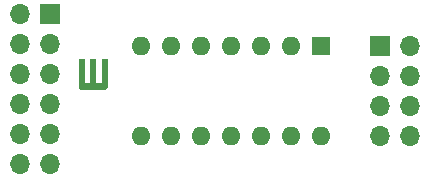
<source format=gbr>
G04 #@! TF.GenerationSoftware,KiCad,Pcbnew,5.1.10-1.fc33*
G04 #@! TF.CreationDate,2021-10-10T15:30:15-05:00*
G04 #@! TF.ProjectId,dac_pmod,6461635f-706d-46f6-942e-6b696361645f,A*
G04 #@! TF.SameCoordinates,Original*
G04 #@! TF.FileFunction,Soldermask,Bot*
G04 #@! TF.FilePolarity,Negative*
%FSLAX46Y46*%
G04 Gerber Fmt 4.6, Leading zero omitted, Abs format (unit mm)*
G04 Created by KiCad (PCBNEW 5.1.10-1.fc33) date 2021-10-10 15:30:15*
%MOMM*%
%LPD*%
G01*
G04 APERTURE LIST*
%ADD10C,0.010000*%
%ADD11O,1.600000X1.600000*%
%ADD12R,1.600000X1.600000*%
%ADD13O,1.700000X1.700000*%
%ADD14R,1.700000X1.700000*%
G04 APERTURE END LIST*
D10*
G36*
X134621871Y-91671867D02*
G01*
X134820299Y-91671623D01*
X134983672Y-91671044D01*
X135115631Y-91669989D01*
X135219816Y-91668317D01*
X135299865Y-91665886D01*
X135359420Y-91662556D01*
X135402119Y-91658184D01*
X135431601Y-91652631D01*
X135451508Y-91645754D01*
X135465478Y-91637412D01*
X135474778Y-91629633D01*
X135499069Y-91607672D01*
X135519725Y-91586935D01*
X135537060Y-91563983D01*
X135551388Y-91535372D01*
X135563023Y-91497661D01*
X135572277Y-91447409D01*
X135579464Y-91381172D01*
X135584897Y-91295511D01*
X135588891Y-91186981D01*
X135591758Y-91052143D01*
X135593813Y-90887554D01*
X135595367Y-90689772D01*
X135596736Y-90455355D01*
X135597683Y-90280208D01*
X135604116Y-89100166D01*
X135157334Y-89100166D01*
X135157334Y-91153333D01*
X134607000Y-91153333D01*
X134607000Y-89100166D01*
X134162500Y-89100166D01*
X134162500Y-91153333D01*
X133612167Y-91153333D01*
X133612167Y-89100166D01*
X133188834Y-89100166D01*
X133188834Y-90286551D01*
X133188848Y-90547238D01*
X133189071Y-90769013D01*
X133189771Y-90955295D01*
X133191220Y-91109505D01*
X133193686Y-91235063D01*
X133197439Y-91335389D01*
X133202749Y-91413904D01*
X133209885Y-91474029D01*
X133219117Y-91519183D01*
X133230715Y-91552787D01*
X133244948Y-91578262D01*
X133262087Y-91599027D01*
X133282400Y-91618503D01*
X133294722Y-91629633D01*
X133306569Y-91639241D01*
X133321455Y-91647272D01*
X133343021Y-91653867D01*
X133374906Y-91659168D01*
X133420750Y-91663316D01*
X133484192Y-91666451D01*
X133568872Y-91668716D01*
X133678431Y-91670250D01*
X133816507Y-91671197D01*
X133986740Y-91671695D01*
X134192770Y-91671888D01*
X134384750Y-91671916D01*
X134621871Y-91671867D01*
G37*
X134621871Y-91671867D02*
X134820299Y-91671623D01*
X134983672Y-91671044D01*
X135115631Y-91669989D01*
X135219816Y-91668317D01*
X135299865Y-91665886D01*
X135359420Y-91662556D01*
X135402119Y-91658184D01*
X135431601Y-91652631D01*
X135451508Y-91645754D01*
X135465478Y-91637412D01*
X135474778Y-91629633D01*
X135499069Y-91607672D01*
X135519725Y-91586935D01*
X135537060Y-91563983D01*
X135551388Y-91535372D01*
X135563023Y-91497661D01*
X135572277Y-91447409D01*
X135579464Y-91381172D01*
X135584897Y-91295511D01*
X135588891Y-91186981D01*
X135591758Y-91052143D01*
X135593813Y-90887554D01*
X135595367Y-90689772D01*
X135596736Y-90455355D01*
X135597683Y-90280208D01*
X135604116Y-89100166D01*
X135157334Y-89100166D01*
X135157334Y-91153333D01*
X134607000Y-91153333D01*
X134607000Y-89100166D01*
X134162500Y-89100166D01*
X134162500Y-91153333D01*
X133612167Y-91153333D01*
X133612167Y-89100166D01*
X133188834Y-89100166D01*
X133188834Y-90286551D01*
X133188848Y-90547238D01*
X133189071Y-90769013D01*
X133189771Y-90955295D01*
X133191220Y-91109505D01*
X133193686Y-91235063D01*
X133197439Y-91335389D01*
X133202749Y-91413904D01*
X133209885Y-91474029D01*
X133219117Y-91519183D01*
X133230715Y-91552787D01*
X133244948Y-91578262D01*
X133262087Y-91599027D01*
X133282400Y-91618503D01*
X133294722Y-91629633D01*
X133306569Y-91639241D01*
X133321455Y-91647272D01*
X133343021Y-91653867D01*
X133374906Y-91659168D01*
X133420750Y-91663316D01*
X133484192Y-91666451D01*
X133568872Y-91668716D01*
X133678431Y-91670250D01*
X133816507Y-91671197D01*
X133986740Y-91671695D01*
X134192770Y-91671888D01*
X134384750Y-91671916D01*
X134621871Y-91671867D01*
D11*
X153750000Y-95620000D03*
X138510000Y-88000000D03*
X151210000Y-95620000D03*
X141050000Y-88000000D03*
X148670000Y-95620000D03*
X143590000Y-88000000D03*
X146130000Y-95620000D03*
X146130000Y-88000000D03*
X143590000Y-95620000D03*
X148670000Y-88000000D03*
X141050000Y-95620000D03*
X151210000Y-88000000D03*
X138510000Y-95620000D03*
D12*
X153750000Y-88000000D03*
D13*
X161290000Y-95620000D03*
X158750000Y-95620000D03*
X161290000Y-93080000D03*
X158750000Y-93080000D03*
X161290000Y-90540000D03*
X158750000Y-90540000D03*
X161290000Y-88000000D03*
D14*
X158750000Y-88000000D03*
D13*
X128255000Y-98005000D03*
X130795000Y-98005000D03*
X128255000Y-95465000D03*
X130795000Y-95465000D03*
X128255000Y-92925000D03*
X130795000Y-92925000D03*
X128255000Y-90385000D03*
X130795000Y-90385000D03*
X128255000Y-87845000D03*
X130795000Y-87845000D03*
X128255000Y-85305000D03*
D14*
X130795000Y-85305000D03*
M02*

</source>
